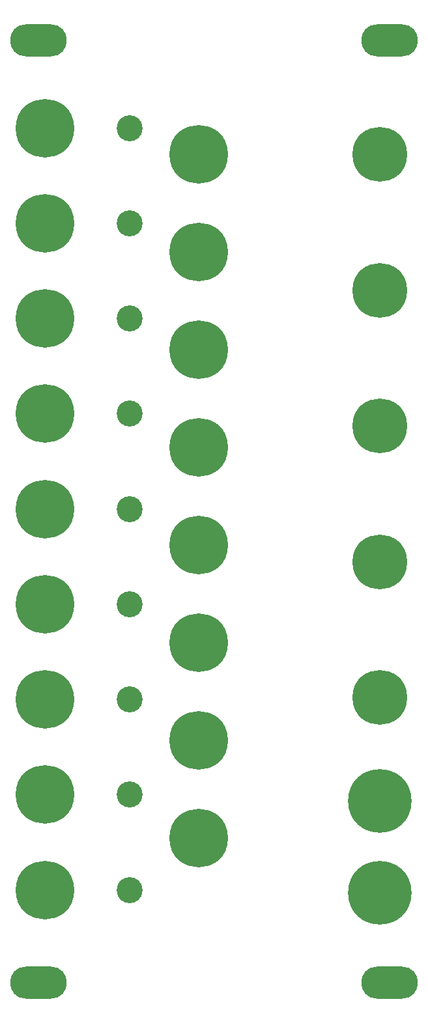
<source format=gts>
G04 #@! TF.GenerationSoftware,KiCad,Pcbnew,(5.99.0-12261-ga2c28b18a8)*
G04 #@! TF.CreationDate,2021-10-12T13:18:41-07:00*
G04 #@! TF.ProjectId,SCMv3-faceplate-p2,53434d76-332d-4666-9163-65706c617465,rev?*
G04 #@! TF.SameCoordinates,Original*
G04 #@! TF.FileFunction,Soldermask,Top*
G04 #@! TF.FilePolarity,Negative*
%FSLAX46Y46*%
G04 Gerber Fmt 4.6, Leading zero omitted, Abs format (unit mm)*
G04 Created by KiCad (PCBNEW (5.99.0-12261-ga2c28b18a8)) date 2021-10-12 13:18:41*
%MOMM*%
%LPD*%
G01*
G04 APERTURE LIST*
%ADD10C,3.378200*%
%ADD11C,7.620000*%
%ADD12C,7.112000*%
%ADD13C,8.255000*%
%ADD14O,7.366000X4.191000*%
G04 APERTURE END LIST*
D10*
X18356580Y-104648000D03*
D11*
X27381200Y-21729700D03*
X7366000Y-55118000D03*
D10*
X18356580Y-79883000D03*
X18356580Y-55118000D03*
X18356580Y-17970500D03*
D11*
X7366000Y-79883000D03*
D10*
X18356580Y-67500500D03*
X18356580Y-30353000D03*
D12*
X50876200Y-9029700D03*
D10*
X18356580Y-5588000D03*
D12*
X50876200Y-61988700D03*
D10*
X18356580Y-42735500D03*
D11*
X27381200Y-85229700D03*
X27381200Y-47129700D03*
X7366000Y-67500500D03*
X7366000Y-92265500D03*
X27381200Y-59829700D03*
X7366000Y-5588000D03*
D13*
X50876200Y-104990900D03*
D11*
X27381200Y-97929700D03*
X27381200Y-72529700D03*
X7366000Y-104648000D03*
D12*
X50876200Y-79641700D03*
X50876200Y-26682700D03*
D11*
X7366000Y-42735500D03*
X7366000Y-30353000D03*
D10*
X18356580Y-92265500D03*
D12*
X50876200Y-44335700D03*
D11*
X27381200Y-34429700D03*
X27381200Y-9029700D03*
D13*
X50876200Y-93052900D03*
D11*
X7366000Y-17970500D03*
D14*
X52144000Y-116688300D03*
X6529999Y-116688300D03*
X52144000Y5817300D03*
X6529999Y5817300D03*
M02*

</source>
